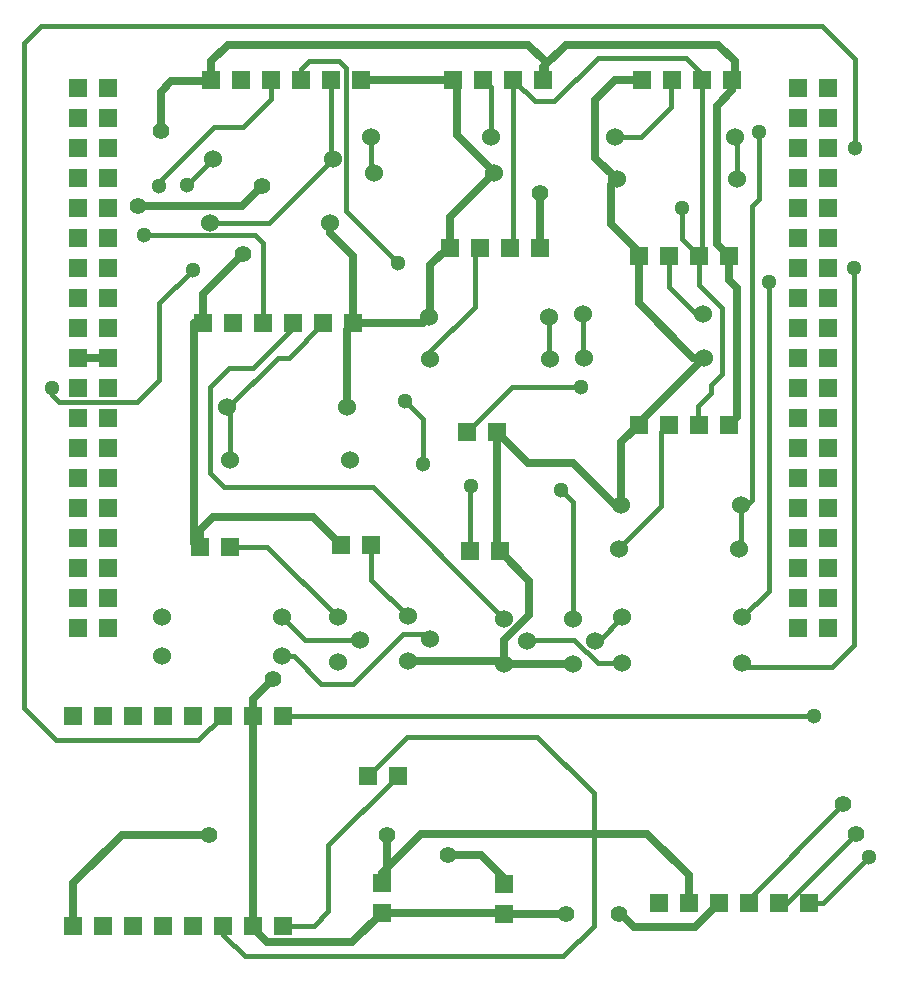
<source format=gbr>
G04 DesignSpark PCB Gerber Version 9.0 Build 5138 *
G04 #@! TF.Part,Single*
G04 #@! TF.FileFunction,Copper,L2,Bot *
G04 #@! TF.FilePolarity,Positive *
%FSLAX35Y35*%
%MOIN*%
G04 #@! TA.AperFunction,ComponentPad*
%ADD99R,0.06000X0.06000*%
%ADD100R,0.06000X0.06000*%
G04 #@! TD.AperFunction*
%ADD25C,0.01500*%
%ADD23C,0.02520*%
G04 #@! TA.AperFunction,ComponentPad*
%ADD13R,0.06000X0.06000*%
%AMT13*0 Rounded Rectangle Pad at angle 90*4,1,8,0.03000,-0.03000,0.03000,0.03000,0.03000,0.03000,-0.03000,0.03000,-0.03000,0.03000,-0.03000,-0.03000,-0.03000,-0.03000,0.03000,-0.03000,0.03000,-0.03000,0*%
%ADD13T13*%
G04 #@! TA.AperFunction,ViaPad*
%ADD24C,0.05118*%
%ADD78C,0.05591*%
G04 #@! TA.AperFunction,ComponentPad*
%ADD82C,0.06000*%
X0Y0D02*
D02*
D13*
X20841Y118706D03*
Y128706D03*
Y138706D03*
Y148706D03*
Y158706D03*
Y168706D03*
Y178706D03*
Y188706D03*
Y198706D03*
Y208706D03*
Y218706D03*
Y228706D03*
Y238706D03*
Y248706D03*
Y258706D03*
Y268706D03*
Y278706D03*
Y288706D03*
Y298706D03*
X30841Y118706D03*
Y128706D03*
Y138706D03*
Y148706D03*
Y158706D03*
Y168706D03*
Y178706D03*
Y188706D03*
Y198706D03*
Y208706D03*
Y218706D03*
Y228706D03*
Y238706D03*
Y248706D03*
Y258706D03*
Y268706D03*
Y278706D03*
Y288706D03*
Y298706D03*
X260841Y118706D03*
Y128706D03*
Y138706D03*
Y148706D03*
Y158706D03*
Y168706D03*
Y178706D03*
Y188706D03*
Y198706D03*
Y208706D03*
Y218706D03*
Y228706D03*
Y238706D03*
Y248706D03*
Y258706D03*
Y268706D03*
Y278706D03*
Y288706D03*
Y298706D03*
X270841Y118706D03*
Y128706D03*
Y138706D03*
Y148706D03*
Y158706D03*
Y168706D03*
Y178706D03*
Y188706D03*
Y198706D03*
Y208706D03*
Y218706D03*
Y228706D03*
Y238706D03*
Y248706D03*
Y258706D03*
Y268706D03*
Y278706D03*
Y288706D03*
Y298706D03*
D02*
D23*
X19049Y19375D02*
Y33410D01*
X35289Y49650*
X64423*
X20841Y208706D02*
X30841D01*
X40801Y259099D02*
X75447D01*
X82140Y265792*
X48281Y284296D02*
Y297288D01*
X51825Y300831*
X64778*
X65171Y301225*
X61274Y145713D02*
Y151225D01*
X65604Y155556*
X99069*
X108518Y146107*
X62415Y220123D02*
X59305D01*
Y146855*
X60447Y145713*
X61274*
X65171Y301225D02*
Y307485D01*
X70722Y313036*
X170722*
X176234Y307524*
Y301580*
X175880Y301225*
X75841Y243351D02*
X62415Y229926D01*
Y220123*
X79049Y19375D02*
Y18489D01*
X83715Y13824*
X112061*
X121904Y23666*
X79049Y89375D02*
Y19375D01*
Y89375D02*
Y94985D01*
X85683Y101619*
X104817Y253587D02*
Y250202D01*
X112455Y242564*
Y220162*
X112415Y220123*
X110329Y192170D02*
Y218036D01*
X112415Y220123*
X135683*
X137652Y222091*
X115171Y301225D02*
X145880D01*
X121904Y23666D02*
X162455D01*
X162848Y23272*
X123872Y49650D02*
Y35635D01*
X121904Y33666*
X130565Y107485D02*
X162061D01*
X162848Y106698*
X143951Y42957D02*
X155132D01*
X162848Y35241*
Y33272*
X144699Y245320D02*
X143951D01*
X138045Y239414*
Y222485*
X137652Y222091*
X144699Y245320D02*
Y255517D01*
X159305Y270123*
Y270517*
X147100Y282721*
Y300005*
X145880Y301225*
X160486Y183902D02*
Y144926D01*
X161274Y144139*
X162848Y23272D02*
X183321D01*
X162848Y106698D02*
Y114611D01*
X171116Y122879*
Y134296*
X161274Y144139*
X162848Y106698D02*
X185683D01*
X174699Y245320D02*
Y263430D01*
X175880Y301225D02*
Y305595D01*
X183321Y313036*
X234108*
X239620Y307524*
Y301973*
X238872Y301225*
X201037Y23272D02*
X201825D01*
X206156Y18942*
X226510*
X234384Y26816*
X201825Y159493D02*
X199856D01*
X185683Y173666*
X170722*
X160486Y183902*
X201825Y159493D02*
Y180398D01*
X207691Y186265*
Y187013*
X229384Y208706*
X207691Y242564D02*
Y243784D01*
X198281Y253194*
Y266186*
X200250Y268154*
X208872Y301225D02*
X199856D01*
X193163Y294532*
Y275241*
X200250Y268154*
X224384Y26816D02*
Y36146D01*
X210486Y50044*
X135132*
X121904Y36816*
Y33666*
X229384Y208706D02*
X225841D01*
X207730Y226816*
Y242524*
X207691Y242564*
X237691D02*
Y234650D01*
X240407Y231934*
Y188981*
X237691Y186265*
Y242564D02*
X236864D01*
Y241776*
X238872Y301225D02*
Y297721D01*
X233715Y292564*
Y246540*
X237691Y242564*
D02*
D24*
X12061Y198706D03*
X42770Y249650D03*
X47888Y265792D03*
X56943Y266186D03*
X58911Y237839D03*
X127415Y240202D03*
X129778Y194139D03*
X135683Y173272D03*
X151825Y165792D03*
X181746Y164611D03*
X188439Y198863D03*
X221904Y258706D03*
X247888Y283902D03*
X251037Y233902D03*
X265998Y89375D03*
X279384Y238706D03*
X279778Y278706D03*
X284502Y42170D03*
D02*
D25*
X12061Y198706D02*
Y196107D01*
X14423Y193745*
X40407*
X47888Y201225*
Y226816*
X58911Y237839*
X47888Y265792D02*
Y267367D01*
X65998Y285477*
X75722*
X85171Y294926*
Y301225*
X56943Y266186D02*
X65604Y274847D01*
X64817Y253587D02*
X84344D01*
X105604Y274847*
X69049Y19375D02*
Y16284D01*
X76234Y9099*
X182533*
X192770Y19335*
Y63430*
X173872Y82328*
X130407*
X117415Y69335*
X70329Y192170D02*
X70722D01*
X87258Y208706*
X90998*
X102415Y220123*
X71274Y145713D02*
X83715D01*
X107337Y122091*
X71274Y174454D02*
Y191225D01*
X70329Y192170*
X82415Y220123D02*
Y247013D01*
X79778Y249650*
X42770*
X88833Y109099D02*
X92770D01*
X101825Y100044*
X112455*
X128970Y116560*
X138065*
Y114985*
X89049Y19375D02*
X99502D01*
X104187Y24060*
Y46107*
X127415Y69335*
X89049Y89375D02*
X265998D01*
X92415Y220123D02*
Y218587D01*
X78990Y205162*
X71116*
X64817Y198863*
Y170123*
X69541Y165398*
X119148*
X162848Y121698*
X95171Y301225D02*
Y304808D01*
X97888Y307524*
X107730*
X110093Y305162*
Y257524*
X127415Y240202*
X105171Y301225D02*
Y275280D01*
X105604Y274847*
X114837Y114591D02*
X96333D01*
X88833Y122091*
X118360Y282328D02*
Y271068D01*
X119305Y270123*
X118518Y146107D02*
Y134532D01*
X130565Y122485*
X135683Y173272D02*
Y188233D01*
X129778Y194139*
X138203Y208312D02*
Y210831D01*
X153006Y225635*
Y243627*
X154699Y245320*
X151274Y144139D02*
Y165241D01*
X151825Y165792*
X158360Y282328D02*
Y298745D01*
X155880Y301225*
X165880D02*
Y246501D01*
X164699Y245320*
X177652Y222091D02*
Y208863D01*
X178203Y208312*
X181746Y164611D02*
X185683Y160674D01*
Y121698*
X188439Y198863D02*
X165447D01*
X150486Y183902*
X189226Y223272D02*
Y208863D01*
X189384Y208706*
X193183Y114198D02*
X194325D01*
X202219Y122091*
X199620Y282328D02*
X208518D01*
X218360Y292170*
Y300713*
X218872Y301225*
X201195Y144926D02*
Y145083D01*
X215211Y159099*
Y183784*
X217691Y186265*
X202219Y106737D02*
X193951D01*
X186077Y114611*
X170762*
X170348Y114198*
X217691Y242564D02*
Y232209D01*
X226628Y223272*
X229226*
X221904Y258706D02*
Y248351D01*
X227691Y242564*
Y232839*
X235289Y225241*
Y203194*
X231746Y199650*
Y196894*
X227415Y192564*
Y186540*
X227691Y186265*
X228872Y301225D02*
Y303312D01*
X223478Y308706*
X193951*
X179384Y294139*
X172967*
X165880Y301225*
X228872D02*
Y243745D01*
X227691Y242564*
X240250Y268154D02*
Y281698D01*
X239620Y282328*
X241825Y159493D02*
Y145556D01*
X241195Y144926*
X247888Y283902D02*
Y261461D01*
X245526Y259099*
Y161225*
X243793Y159493*
X241825*
X251037Y233902D02*
Y130910D01*
X242219Y122091*
X264384Y26816D02*
X269148D01*
X284502Y42170*
X275841Y59887D02*
X243203Y26816D01*
X244384*
X279384Y238706D02*
Y113036D01*
X271904Y105556*
X243400*
X242219Y106737*
X279778Y278706D02*
Y308312D01*
X268754Y319335*
X8518*
X2612Y313430*
Y91776*
X13242Y81146*
X60821*
X69049Y89375*
X280171Y50044D02*
X256943Y26816D01*
X254384*
D02*
D78*
X40801Y259099D03*
X48281Y284296D03*
X64423Y49650D03*
X75841Y243351D03*
X82140Y265792D03*
X85683Y101619D03*
X123872Y49650D03*
X143951Y42957D03*
X174699Y263430D03*
X183321Y23272D03*
X201037D03*
X275841Y59887D03*
X280171Y50044D03*
D02*
D82*
X48833Y109099D03*
Y122091D03*
X64817Y253587D03*
X65604Y274847D03*
X70329Y192170D03*
X71274Y174454D03*
X88833Y109099D03*
Y122091D03*
X104817Y253587D03*
X105604Y274847D03*
X107337Y107091D03*
Y122091D03*
X110329Y192170D03*
X111274Y174454D03*
X114837Y114591D03*
X118360Y282328D03*
X119305Y270123D03*
X130565Y107485D03*
Y122485D03*
X137652Y222091D03*
X138065Y114985D03*
X138203Y208312D03*
X158360Y282328D03*
X159305Y270123D03*
X162848Y106698D03*
Y121698D03*
X170348Y114198D03*
X177652Y222091D03*
X178203Y208312D03*
X185683Y106698D03*
Y121698D03*
X189226Y223272D03*
X189384Y208706D03*
X193183Y114198D03*
X199620Y282328D03*
X200250Y268154D03*
X201195Y144926D03*
X201825Y159493D03*
X202219Y106737D03*
Y122091D03*
X229226Y223272D03*
X229384Y208706D03*
X239620Y282328D03*
X240250Y268154D03*
X241195Y144926D03*
X241825Y159493D03*
X242219Y106737D03*
Y122091D03*
D02*
D99*
X19049Y19375D03*
Y89375D03*
X29049Y19375D03*
Y89375D03*
X39049Y19375D03*
Y89375D03*
X49049Y19375D03*
Y89375D03*
X59049Y19375D03*
Y89375D03*
X62415Y220123D03*
X65171Y301225D03*
X69049Y19375D03*
Y89375D03*
X72415Y220123D03*
X75171Y301225D03*
X79049Y19375D03*
Y89375D03*
X82415Y220123D03*
X85171Y301225D03*
X89049Y19375D03*
Y89375D03*
X92415Y220123D03*
X95171Y301225D03*
X102415Y220123D03*
X105171Y301225D03*
X112415Y220123D03*
X115171Y301225D03*
X144699Y245320D03*
X145880Y301225D03*
X154699Y245320D03*
X155880Y301225D03*
X164699Y245320D03*
X165880Y301225D03*
X174699Y245320D03*
X175880Y301225D03*
X207691Y186265D03*
Y242564D03*
X208872Y301225D03*
X214384Y26816D03*
X217691Y186265D03*
Y242564D03*
X218872Y301225D03*
X224384Y26816D03*
X227691Y186265D03*
Y242564D03*
X228872Y301225D03*
X234384Y26816D03*
X237691Y186265D03*
Y242564D03*
X238872Y301225D03*
X244384Y26816D03*
X254384D03*
X264384D03*
D02*
D100*
X61274Y145713D03*
X71274D03*
X108518Y146107D03*
X117415Y69335D03*
X118518Y146107D03*
X121904Y23666D03*
Y33666D03*
X127415Y69335D03*
X150486Y183902D03*
X151274Y144139D03*
X160486Y183902D03*
X161274Y144139D03*
X162848Y23272D03*
Y33272D03*
X0Y0D02*
M02*

</source>
